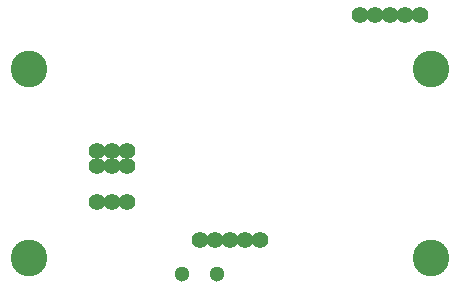
<source format=gbs>
G04 #@! TF.FileFunction,Soldermask,Bot*
%FSLAX45Y45*%
G04 Gerber Fmt 4.5, Leading zero omitted, Abs format (unit mm)*
G04 Created by KiCad (PCBNEW 4.0.7-e2-6376~61~ubuntu18.04.1) date Mon Jan 28 20:27:59 2019*
%MOMM*%
%LPD*%
G01*
G04 APERTURE LIST*
%ADD10C,0.100000*%
%ADD11C,1.400000*%
%ADD12C,1.300000*%
%ADD13C,3.100000*%
G04 APERTURE END LIST*
D10*
D11*
X13876000Y-9230000D03*
X14003000Y-9230000D03*
X14130000Y-9230000D03*
D12*
X14590000Y-9840000D03*
X14890000Y-9840000D03*
D13*
X13300000Y-9700000D03*
X16700000Y-9700000D03*
X16700000Y-8100000D03*
X13300000Y-8100000D03*
D11*
X13873000Y-8923500D03*
X14000000Y-8923500D03*
X14127000Y-8923500D03*
X13873000Y-8796500D03*
X14000000Y-8796500D03*
X14127000Y-8796500D03*
X16611000Y-7640000D03*
X16357000Y-7640000D03*
X16230000Y-7640000D03*
X16103000Y-7640000D03*
X16484000Y-7640000D03*
X14749000Y-9550000D03*
X15003000Y-9550000D03*
X15130000Y-9550000D03*
X15257000Y-9550000D03*
X14876000Y-9550000D03*
M02*

</source>
